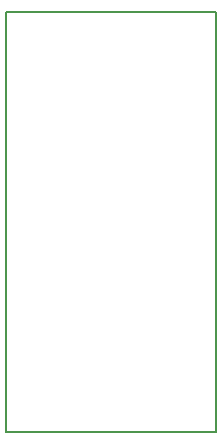
<source format=gbr>
G04 #@! TF.FileFunction,Profile,NP*
%FSLAX46Y46*%
G04 Gerber Fmt 4.6, Leading zero omitted, Abs format (unit mm)*
G04 Created by KiCad (PCBNEW 4.0.6) date 01/06/18 19:18:27*
%MOMM*%
%LPD*%
G01*
G04 APERTURE LIST*
%ADD10C,0.100000*%
%ADD11C,0.150000*%
G04 APERTURE END LIST*
D10*
D11*
X163576000Y-138176000D02*
X145796000Y-138176000D01*
X163576000Y-102616000D02*
X163576000Y-138176000D01*
X145796000Y-102616000D02*
X163576000Y-102616000D01*
X145796000Y-138176000D02*
X145796000Y-102616000D01*
M02*

</source>
